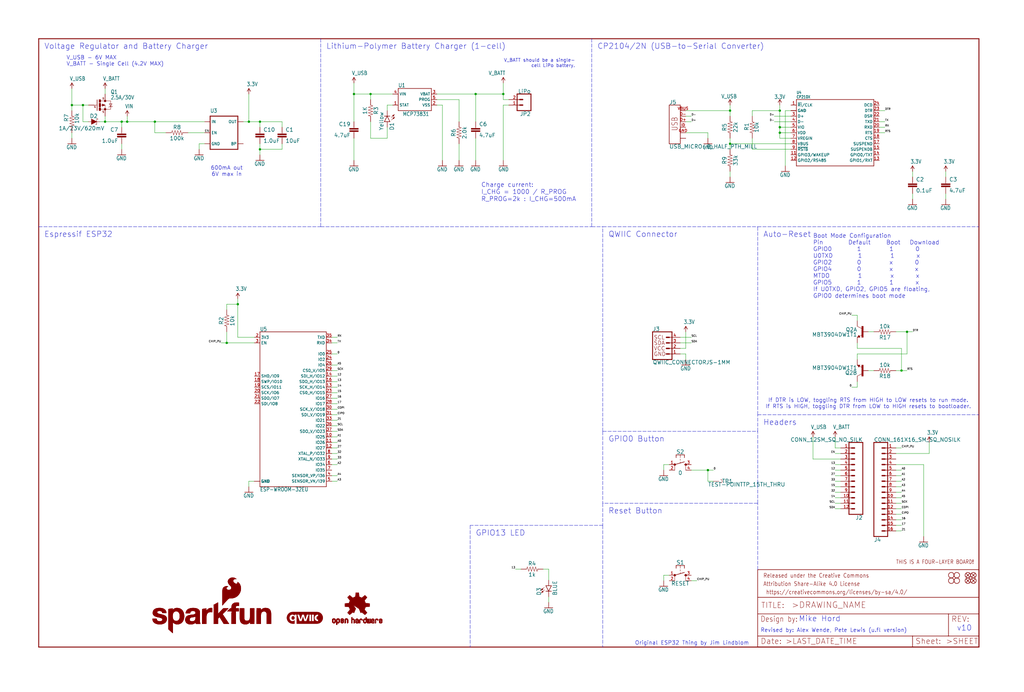
<source format=kicad_sch>
(kicad_sch (version 20211123) (generator eeschema)
  (paper "User" 470.306 317.906)
  (lib_symbols
    (symbol "eagleSchem-eagle-import:0.1UF-0402T-16V-10%"
      (property "Reference" "C" (at 1.524 2.921 0))
      (property "Value" "0.1UF-0402T-16V-10%" (at 1.524 -2.159 0))
      (symbol "0.1UF-0402T-16V-10%_1_0"
        (pin passive line (at 0 5.08 270) (length 2.54) (name "1") (number "1"))
        (pin passive line (at 0 -2.54 90) (length 2.54) (name "2") (number "2"))
      )
    )
    (symbol "eagleSchem-eagle-import:1.0UF-0402T-16V-10%"
      (property "Reference" "C" (at 1.524 2.921 0))
      (property "Value" "1.0UF-0402T-16V-10%" (at 1.524 -2.159 0))
      (symbol "1.0UF-0402T-16V-10%_1_0"
        (pin passive line (at 0 5.08 270) (length 2.54) (name "1") (number "1"))
        (pin passive line (at 0 -2.54 90) (length 2.54) (name "2") (number "2"))
      )
    )
    (symbol "eagleSchem-eagle-import:100KOHM-0402T-1{slash}16W-1%"
      (property "Reference" "R" (at 0 1.524 0))
      (property "Value" "100KOHM-0402T-1{slash}16W-1%" (at 0 -1.524 0))
      (symbol "100KOHM-0402T-1{slash}16W-1%_1_0"
        (pin passive line (at -5.08 0 0) (length 2.54) (name "1") (number "1"))
        (pin passive line (at 5.08 0 180) (length 2.54) (name "2") (number "2"))
      )
    )
    (symbol "eagleSchem-eagle-import:10KOHM-0603-1{slash}10W-1%"
      (property "Reference" "R" (at 0 1.524 0))
      (property "Value" "10KOHM-0603-1{slash}10W-1%" (at 0 -1.524 0))
      (symbol "10KOHM-0603-1{slash}10W-1%_1_0"
        (pin passive line (at -5.08 0 0) (length 2.54) (name "1") (number "1"))
        (pin passive line (at 5.08 0 180) (length 2.54) (name "2") (number "2"))
      )
    )
    (symbol "eagleSchem-eagle-import:10UF-0603-6.3V-20%"
      (property "Reference" "C" (at 1.524 2.921 0))
      (property "Value" "10UF-0603-6.3V-20%" (at 1.524 -2.159 0))
      (symbol "10UF-0603-6.3V-20%_1_0"
        (pin passive line (at 0 5.08 270) (length 2.54) (name "1") (number "1"))
        (pin passive line (at 0 -2.54 90) (length 2.54) (name "2") (number "2"))
      )
    )
    (symbol "eagleSchem-eagle-import:1KOHM-0603-1{slash}10W-1%"
      (property "Reference" "R" (at 0 1.524 0))
      (property "Value" "1KOHM-0603-1{slash}10W-1%" (at 0 -1.524 0))
      (symbol "1KOHM-0603-1{slash}10W-1%_1_0"
        (pin passive line (at -5.08 0 0) (length 2.54) (name "1") (number "1"))
        (pin passive line (at 5.08 0 180) (length 2.54) (name "2") (number "2"))
      )
    )
    (symbol "eagleSchem-eagle-import:1KOHM-1{slash}10W-1%(0603)"
      (property "Reference" "R" (at 0 1.524 0))
      (property "Value" "1KOHM-1{slash}10W-1%(0603)" (at 0 -1.524 0))
      (symbol "1KOHM-1{slash}10W-1%(0603)_1_0"
        (pin passive line (at -5.08 0 0) (length 2.54) (name "1") (number "1"))
        (pin passive line (at 5.08 0 180) (length 2.54) (name "2") (number "2"))
      )
    )
    (symbol "eagleSchem-eagle-import:2.0KOHM1{slash}10W5%(0603)"
      (property "Reference" "R" (at 0 1.524 0))
      (property "Value" "2.0KOHM1{slash}10W5%(0603)" (at 0 -1.524 0))
      (symbol "2.0KOHM1{slash}10W5%(0603)_1_0"
        (pin passive line (at -5.08 0 0) (length 2.54) (name "1") (number "1"))
        (pin passive line (at 5.08 0 180) (length 2.54) (name "2") (number "2"))
      )
    )
    (symbol "eagleSchem-eagle-import:22KOHM-0402_TIGHT-1{slash}10W-1%"
      (property "Reference" "R" (at 0 1.524 0))
      (property "Value" "22KOHM-0402_TIGHT-1{slash}10W-1%" (at 0 -1.524 0))
      (symbol "22KOHM-0402_TIGHT-1{slash}10W-1%_1_0"
        (pin passive line (at -5.08 0 0) (length 2.54) (name "1") (number "1"))
        (pin passive line (at 5.08 0 180) (length 2.54) (name "2") (number "2"))
      )
    )
    (symbol "eagleSchem-eagle-import:3.3V" (power)
      (property "Value" "3.3V" (at 0 2.794 0))
      (symbol "3.3V_1_0"
        (pin power_in line (at 0 0 90) (length 2.54) (name "3.3V") (number "1"))
      )
    )
    (symbol "eagleSchem-eagle-import:33KOHM-0402T-1{slash}16W-1%"
      (property "Reference" "R" (at 0 1.524 0))
      (property "Value" "33KOHM-0402T-1{slash}16W-1%" (at 0 -1.524 0))
      (symbol "33KOHM-0402T-1{slash}16W-1%_1_0"
        (pin passive line (at -5.08 0 0) (length 2.54) (name "1") (number "1"))
        (pin passive line (at 5.08 0 180) (length 2.54) (name "2") (number "2"))
      )
    )
    (symbol "eagleSchem-eagle-import:4.7UF-0402_TIGHT-6.3V-20%-X5R"
      (property "Reference" "C" (at 1.524 2.921 0))
      (property "Value" "4.7UF-0402_TIGHT-6.3V-20%-X5R" (at 1.524 -2.159 0))
      (symbol "4.7UF-0402_TIGHT-6.3V-20%-X5R_1_0"
        (pin passive line (at 0 5.08 270) (length 2.54) (name "1") (number "1"))
        (pin passive line (at 0 -2.54 90) (length 2.54) (name "2") (number "2"))
      )
    )
    (symbol "eagleSchem-eagle-import:CONN_02-JST-2MM-SMT"
      (property "Reference" "J" (at -2.54 5.588 0))
      (property "Value" "CONN_02-JST-2MM-SMT" (at -2.54 -4.826 0))
      (symbol "CONN_02-JST-2MM-SMT_1_0"
        (pin passive line (at 7.62 2.54 180) (length 5.08) (name "2") (number "1"))
        (pin passive line (at 7.62 0 180) (length 5.08) (name "1") (number "2"))
      )
    )
    (symbol "eagleSchem-eagle-import:CONN_12SM_SQ_NO_SILK"
      (property "Reference" "J" (at 0 15.748 0))
      (property "Value" "CONN_12SM_SQ_NO_SILK" (at 0 -20.066 0))
      (symbol "CONN_12SM_SQ_NO_SILK_1_0"
        (pin passive line (at 10.16 -15.24 180) (length 5.08) (name "1") (number "1"))
        (pin passive line (at 10.16 7.62 180) (length 5.08) (name "10") (number "10"))
        (pin passive line (at 10.16 10.16 180) (length 5.08) (name "11") (number "11"))
        (pin passive line (at 10.16 12.7 180) (length 5.08) (name "12") (number "12"))
        (pin passive line (at 10.16 -12.7 180) (length 5.08) (name "2") (number "2"))
        (pin passive line (at 10.16 -10.16 180) (length 5.08) (name "3") (number "3"))
        (pin passive line (at 10.16 -7.62 180) (length 5.08) (name "4") (number "4"))
        (pin passive line (at 10.16 -5.08 180) (length 5.08) (name "5") (number "5"))
        (pin passive line (at 10.16 -2.54 180) (length 5.08) (name "6") (number "6"))
        (pin passive line (at 10.16 0 180) (length 5.08) (name "7") (number "7"))
        (pin passive line (at 10.16 2.54 180) (length 5.08) (name "8") (number "8"))
        (pin passive line (at 10.16 5.08 180) (length 5.08) (name "9") (number "9"))
      )
    )
    (symbol "eagleSchem-eagle-import:CONN_161X16_SM_SQ_NOSILK"
      (property "Reference" "J" (at 0 20.828 0))
      (property "Value" "CONN_161X16_SM_SQ_NOSILK" (at 0 -25.146 0))
      (symbol "CONN_161X16_SM_SQ_NOSILK_1_0"
        (pin passive line (at 10.16 -20.32 180) (length 5.08) (name "1") (number "1"))
        (pin passive line (at 10.16 2.54 180) (length 5.08) (name "10") (number "10"))
        (pin passive line (at 10.16 5.08 180) (length 5.08) (name "11") (number "11"))
        (pin passive line (at 10.16 7.62 180) (length 5.08) (name "12") (number "12"))
        (pin passive line (at 10.16 10.16 180) (length 5.08) (name "13") (number "13"))
        (pin passive line (at 10.16 12.7 180) (length 5.08) (name "14") (number "14"))
        (pin passive line (at 10.16 15.24 180) (length 5.08) (name "15") (number "15"))
        (pin passive line (at 10.16 17.78 180) (length 5.08) (name "16") (number "16"))
        (pin passive line (at 10.16 -17.78 180) (length 5.08) (name "2") (number "2"))
        (pin passive line (at 10.16 -15.24 180) (length 5.08) (name "3") (number "3"))
        (pin passive line (at 10.16 -12.7 180) (length 5.08) (name "4") (number "4"))
        (pin passive line (at 10.16 -10.16 180) (length 5.08) (name "5") (number "5"))
        (pin passive line (at 10.16 -7.62 180) (length 5.08) (name "6") (number "6"))
        (pin passive line (at 10.16 -5.08 180) (length 5.08) (name "7") (number "7"))
        (pin passive line (at 10.16 -2.54 180) (length 5.08) (name "8") (number "8"))
        (pin passive line (at 10.16 0 180) (length 5.08) (name "9") (number "9"))
      )
    )
    (symbol "eagleSchem-eagle-import:CP2102N"
      (property "Reference" "U" (at -17.78 17.78 0))
      (property "Value" "CP2102N" (at -17.78 15.748 0))
      (symbol "CP2102N_1_0"
        (pin bidirectional line (at -20.32 12.7 0) (length 2.54) (name "~{RI}/CLK") (number "1"))
        (pin bidirectional line (at -20.32 -10.16 0) (length 2.54) (name "GPIO3/WAKEUP") (number "11"))
        (pin bidirectional line (at -20.32 -12.7 0) (length 2.54) (name "GPIO2/RS485") (number "12"))
        (pin bidirectional line (at 20.32 -12.7 180) (length 2.54) (name "GPIO1/RXT") (number "13"))
        (pin bidirectional line (at 20.32 -10.16 180) (length 2.54) (name "GPIO0/TXT") (number "14"))
        (pin bidirectional line (at 20.32 -7.62 180) (length 2.54) (name "SUSPENDB") (number "15"))
        (pin bidirectional line (at 20.32 -5.08 180) (length 2.54) (name "SUSPEND") (number "17"))
        (pin bidirectional line (at 20.32 -2.54 180) (length 2.54) (name "CTS") (number "18"))
        (pin bidirectional line (at 20.32 0 180) (length 2.54) (name "RTS") (number "19"))
        (pin bidirectional line (at -20.32 10.16 0) (length 2.54) (name "GND") (number "2"))
        (pin bidirectional line (at 20.32 2.54 180) (length 2.54) (name "RXD") (number "20"))
        (pin bidirectional line (at 20.32 5.08 180) (length 2.54) (name "TXD") (number "21"))
        (pin bidirectional line (at 20.32 7.62 180) (length 2.54) (name "DSR") (number "22"))
        (pin bidirectional line (at 20.32 10.16 180) (length 2.54) (name "DTR") (number "23"))
        (pin bidirectional line (at 20.32 12.7 180) (length 2.54) (name "DCD") (number "24"))
        (pin bidirectional line (at -20.32 7.62 0) (length 2.54) (name "D+") (number "3"))
        (pin bidirectional line (at -20.32 5.08 0) (length 2.54) (name "D-") (number "4"))
        (pin bidirectional line (at -20.32 2.54 0) (length 2.54) (name "VIO") (number "5"))
        (pin bidirectional line (at -20.32 0 0) (length 2.54) (name "VDD") (number "6"))
        (pin bidirectional line (at -20.32 -2.54 0) (length 2.54) (name "VREGIN") (number "7"))
        (pin bidirectional line (at -20.32 -5.08 0) (length 2.54) (name "VBUS") (number "8"))
        (pin bidirectional line (at -20.32 -7.62 0) (length 2.54) (name "~{RSTB}") (number "9"))
        (pin bidirectional line (at -20.32 10.16 0) (length 2.54) (name "GND") (number "PAD"))
      )
    )
    (symbol "eagleSchem-eagle-import:DIODE-SCHOTTKY-BAT20J"
      (property "Reference" "D" (at -2.54 2.032 0))
      (property "Value" "DIODE-SCHOTTKY-BAT20J" (at -2.54 -2.032 0))
      (symbol "DIODE-SCHOTTKY-BAT20J_1_0"
        (pin passive line (at -2.54 0 0) (length 0) (name "A") (number "A"))
        (pin passive line (at 2.54 0 180) (length 0) (name "C") (number "C"))
      )
    )
    (symbol "eagleSchem-eagle-import:ESP-WROOM-3232U-NARROW"
      (property "Reference" "U" (at -15.24 35.814 0))
      (property "Value" "ESP-WROOM-3232U-NARROW" (at -15.24 -35.814 0))
      (symbol "ESP-WROOM-3232U-NARROW_1_0"
        (pin bidirectional line (at -17.78 -33.02 0) (length 2.54) (name "GND") (number "1"))
        (pin bidirectional line (at 17.78 -12.7 180) (length 2.54) (name "IO25") (number "10"))
        (pin bidirectional line (at 17.78 -15.24 180) (length 2.54) (name "IO26") (number "11"))
        (pin bidirectional line (at 17.78 -17.78 180) (length 2.54) (name "IO27") (number "12"))
        (pin bidirectional line (at 17.78 10.16 180) (length 2.54) (name "SCK_H/IO14") (number "13"))
        (pin bidirectional line (at 17.78 15.24 180) (length 2.54) (name "SDI_H/IO12") (number "14"))
        (pin bidirectional line (at -17.78 -33.02 0) (length 2.54) (name "GND") (number "15"))
        (pin bidirectional line (at 17.78 12.7 180) (length 2.54) (name "SDO_H/IO13") (number "16"))
        (pin bidirectional line (at -17.78 15.24 0) (length 2.54) (name "SHD/IO9") (number "17"))
        (pin bidirectional line (at -17.78 12.7 0) (length 2.54) (name "SWP/IO10") (number "18"))
        (pin bidirectional line (at -17.78 10.16 0) (length 2.54) (name "SCS/IO11") (number "19"))
        (pin bidirectional line (at -17.78 33.02 0) (length 2.54) (name "3V3") (number "2"))
        (pin bidirectional line (at -17.78 7.62 0) (length 2.54) (name "SCK/IO6") (number "20"))
        (pin bidirectional line (at -17.78 5.08 0) (length 2.54) (name "SDO/IO7") (number "21"))
        (pin bidirectional line (at -17.78 2.54 0) (length 2.54) (name "SDI/IO8") (number "22"))
        (pin bidirectional line (at 17.78 7.62 180) (length 2.54) (name "CS0_H/IO15") (number "23"))
        (pin bidirectional line (at 17.78 22.86 180) (length 2.54) (name "IO2") (number "24"))
        (pin bidirectional line (at 17.78 25.4 180) (length 2.54) (name "IO0") (number "25"))
        (pin bidirectional line (at 17.78 20.32 180) (length 2.54) (name "IO4") (number "26"))
        (pin bidirectional line (at 17.78 5.08 180) (length 2.54) (name "IO16") (number "27"))
        (pin bidirectional line (at 17.78 2.54 180) (length 2.54) (name "IO17") (number "28"))
        (pin bidirectional line (at 17.78 17.78 180) (length 2.54) (name "CS0_V/IO5") (number "29"))
        (pin bidirectional line (at -17.78 30.48 0) (length 2.54) (name "EN") (number "3"))
        (pin bidirectional line (at 17.78 0 180) (length 2.54) (name "SCK_V/IO18") (number "30"))
        (pin bidirectional line (at 17.78 -2.54 180) (length 2.54) (name "SDI_V/IO19") (number "31"))
        (pin bidirectional line (at 17.78 -5.08 180) (length 2.54) (name "IO21") (number "33"))
        (pin bidirectional line (at 17.78 30.48 180) (length 2.54) (name "RXD") (number "34"))
        (pin bidirectional line (at 17.78 33.02 180) (length 2.54) (name "TXD") (number "35"))
        (pin bidirectional line (at 17.78 -7.62 180) (length 2.54) (name "IO22") (number "36"))
        (pin bidirectional line (at 17.78 -10.16 180) (length 2.54) (name "SDO_V/IO23") (number "37"))
        (pin bidirectional line (at -17.78 -33.02 0) (length 2.54) (name "GND") (number "38"))
        (pin bidirectional line (at 17.78 -30.48 180) (length 2.54) (name "SENSOR_VP/I36") (number "4"))
        (pin bidirectional line (at 17.78 -33.02 180) (length 2.54) (name "SENSOR_VN/I39") (number "5"))
        (pin bidirectional line (at 17.78 -25.4 180) (length 2.54) (name "IO34") (number "6"))
        (pin bidirectional line (at 17.78 -27.94 180) (length 2.54) (name "IO35") (number "7"))
        (pin bidirectional line (at 17.78 -20.32 180) (length 2.54) (name "XTAL_P/IO32") (number "8"))
        (pin bidirectional line (at 17.78 -22.86 180) (length 2.54) (name "XTAL_N/IO33") (number "9"))
        (pin bidirectional line (at -17.78 -33.02 0) (length 2.54) (name "GND") (number "GND"))
        (pin bidirectional line (at -17.78 -33.02 0) (length 2.54) (name "GND") (number "P$1"))
        (pin bidirectional line (at -17.78 -33.02 0) (length 2.54) (name "GND") (number "P$2"))
        (pin bidirectional line (at -17.78 -33.02 0) (length 2.54) (name "GND") (number "P$3"))
        (pin bidirectional line (at -17.78 -33.02 0) (length 2.54) (name "GND") (number "P$4"))
        (pin bidirectional line (at -17.78 -33.02 0) (length 2.54) (name "GND") (number "P$5"))
        (pin bidirectional line (at -17.78 -33.02 0) (length 2.54) (name "GND") (number "P$6"))
        (pin bidirectional line (at -17.78 -33.02 0) (length 2.54) (name "GND") (number "P$7"))
        (pin bidirectional line (at -17.78 -33.02 0) (length 2.54) (name "GND") (number "P$8"))
      )
    )
    (symbol "eagleSchem-eagle-import:FIDUCIALUFIDUCIAL")
    (symbol "eagleSchem-eagle-import:FOUR_LAYER_WARNING"
      (symbol "FOUR_LAYER_WARNING_1_0"
        (text "THIS IS A FOUR-LAYER BOARD!" (at 0 0 0) (effects (font (size 1.778 1.5113)) (justify left bottom)))
      )
    )
    (symbol "eagleSchem-eagle-import:FRAME-LEDGER"
      (symbol "FRAME-LEDGER_2_0"
        (text " https://creativecommons.org/licenses/by-sa/4.0/" (at 2.54 24.13 0) (effects (font (size 1.9304 1.6408)) (justify left bottom)))
        (text ">DRAWING_NAME" (at 15.494 17.78 0) (effects (font (size 2.7432 2.7432)) (justify left bottom)))
        (text ">LAST_DATE_TIME" (at 12.7 1.27 0) (effects (font (size 2.54 2.54)) (justify left bottom)))
        (text ">SHEET" (at 86.36 1.27 0) (effects (font (size 2.54 2.54)) (justify left bottom)))
        (text "Attribution Share-Alike 4.0 License" (at 2.54 27.94 0) (effects (font (size 1.9304 1.6408)) (justify left bottom)))
        (text "Date:" (at 1.27 1.27 0) (effects (font (size 2.54 2.54)) (justify left bottom)))
        (text "Design by:" (at 1.27 11.43 0) (effects (font (size 2.54 2.159)) (justify left bottom)))
        (text "Released under the Creative Commons" (at 2.54 31.75 0) (effects (font (size 1.9304 1.6408)) (justify left bottom)))
        (text "REV:" (at 88.9 11.43 0) (effects (font (size 2.54 2.54)) (justify left bottom)))
        (text "Sheet:" (at 72.39 1.27 0) (effects (font (size 2.54 2.54)) (justify left bottom)))
        (text "TITLE:" (at 1.524 17.78 0) (effects (font (size 2.54 2.54)) (justify left bottom)))
      )
    )
    (symbol "eagleSchem-eagle-import:GND" (power)
      (property "Value" "GND" (at 0 -0.254 0))
      (symbol "GND_1_0"
        (pin power_in line (at 0 2.54 270) (length 2.54) (name "GND") (number "1"))
      )
    )
    (symbol "eagleSchem-eagle-import:LED-BLUE0603"
      (property "Reference" "D" (at -3.429 -4.572 90))
      (property "Value" "LED-BLUE0603" (at 1.905 -4.572 90))
      (symbol "LED-BLUE0603_1_0"
        (pin passive line (at 0 2.54 270) (length 2.54) (name "A") (number "A"))
        (pin passive line (at 0 -5.08 90) (length 2.54) (name "C") (number "C"))
      )
    )
    (symbol "eagleSchem-eagle-import:LED-YELLOW0603"
      (property "Reference" "D" (at -3.429 -4.572 90))
      (property "Value" "LED-YELLOW0603" (at 1.905 -4.572 90))
      (symbol "LED-YELLOW0603_1_0"
        (pin passive line (at 0 2.54 270) (length 2.54) (name "A") (number "A"))
        (pin passive line (at 0 -5.08 90) (length 2.54) (name "C") (number "C"))
      )
    )
    (symbol "eagleSchem-eagle-import:MCP73831"
      (property "Reference" "U" (at -7.62 5.588 0))
      (property "Value" "MCP73831" (at -7.62 -7.62 0))
      (symbol "MCP73831_1_0"
        (pin output line (at -10.16 -2.54 0) (length 2.54) (name "STAT") (number "1"))
        (pin power_in line (at 10.16 -2.54 180) (length 2.54) (name "VSS") (number "2"))
        (pin power_in line (at 10.16 2.54 180) (length 2.54) (name "VBAT") (number "3"))
        (pin power_in line (at -10.16 2.54 0) (length 2.54) (name "VIN") (number "4"))
        (pin input line (at 10.16 0 180) (length 2.54) (name "PROG") (number "5"))
      )
    )
    (symbol "eagleSchem-eagle-import:MOMENTARY-SWITCH-SPST-2-SMD-4.6X2.8MM"
      (property "Reference" "S" (at 0 4.826 0))
      (property "Value" "MOMENTARY-SWITCH-SPST-2-SMD-4.6X2.8MM" (at 0 -2.794 0))
      (symbol "MOMENTARY-SWITCH-SPST-2-SMD-4.6X2.8MM_1_0"
        (pin passive line (at -5.08 0 0) (length 2.54) (name "1") (number "1"))
        (pin passive line (at -5.08 -2.54 0) (length 2.54) (name "2") (number "2"))
        (pin passive line (at 5.08 0 180) (length 2.54) (name "3") (number "3"))
        (pin passive line (at 5.08 -2.54 180) (length 2.54) (name "4") (number "4"))
      )
    )
    (symbol "eagleSchem-eagle-import:MOSFET-PCHANNELDMG2307L"
      (property "Reference" "Q" (at 5.08 2.54 0))
      (property "Value" "MOSFET-PCHANNELDMG2307L" (at 5.08 0 0))
      (symbol "MOSFET-PCHANNELDMG2307L_1_0"
        (text "D" (at -1.27 2.54 0) (effects (font (size 0.8128 0.6908)) (justify left bottom)))
        (text "G" (at -5.08 -1.27 0) (effects (font (size 0.8128 0.6908)) (justify left bottom)))
        (text "S" (at -1.27 -3.556 0) (effects (font (size 0.8128 0.6908)) (justify left bottom)))
        (pin passive line (at -7.62 0 0) (length 2.54) (name "G") (number "1"))
        (pin passive line (at 0 -5.08 90) (length 2.54) (name "S") (number "2"))
        (pin passive line (at 0 5.08 270) (length 2.54) (name "D") (number "3"))
      )
    )
    (symbol "eagleSchem-eagle-import:OSHW-LOGOMINI")
    (symbol "eagleSchem-eagle-import:QWIIC_CONNECTORJS-1MM"
      (property "Reference" "J" (at -5.08 7.874 0))
      (property "Value" "QWIIC_CONNECTORJS-1MM" (at -5.08 -5.334 0))
      (symbol "QWIIC_CONNECTORJS-1MM_1_0"
        (text "GND" (at -4.572 -2.54 0) (effects (font (size 1.778 1.778)) (justify left)))
        (text "SCL" (at -4.572 5.08 0) (effects (font (size 1.778 1.778)) (justify left)))
        (text "SDA" (at -4.572 2.54 0) (effects (font (size 1.778 1.778)) (justify left)))
        (text "VCC" (at -4.572 0 0) (effects (font (size 1.778 1.778)) (justify left)))
        (pin power_in line (at 7.62 -2.54 180) (length 5.08) (name "1") (number "1"))
        (pin power_in line (at 7.62 0 180) (length 5.08) (name "2") (number "2"))
        (pin passive line (at 7.62 2.54 180) (length 5.08) (name "3") (number "3"))
        (pin passive line (at 7.62 5.08 180) (length 5.08) (name "4") (number "4"))
      )
    )
    (symbol "eagleSchem-eagle-import:QWIIC_LOGO_5MM")
    (symbol "eagleSchem-eagle-import:SFE_LOGO_NAME_FLAME.1_INCH")
    (symbol "eagleSchem-eagle-import:STAND-OFFTIGHT")
    (symbol "eagleSchem-eagle-import:TEST-POINTTP_15TH_THRU"
      (property "Reference" "TP" (at -2.54 2.54 0))
      (property "Value" "TEST-POINTTP_15TH_THRU" (at -2.54 -2.54 0))
      (symbol "TEST-POINTTP_15TH_THRU_1_0"
        (pin bidirectional line (at 0 0 180) (length 0) (name "1") (number "P$1"))
      )
    )
    (symbol "eagleSchem-eagle-import:TRANS_NPN_DUAL-MBT3904DW1T1"
      (property "Reference" "Q" (at 2.54 0 0))
      (property "Value" "TRANS_NPN_DUAL-MBT3904DW1T1" (at 2.54 -2.286 0))
      (symbol "TRANS_NPN_DUAL-MBT3904DW1T1_1_0"
        (pin passive line (at 2.54 5.08 270) (length 2.54) (name "C") (number "3"))
        (pin passive line (at 2.54 -5.08 90) (length 2.54) (name "E") (number "4"))
        (pin passive line (at -2.54 0 0) (length 2.54) (name "B") (number "5"))
      )
      (symbol "TRANS_NPN_DUAL-MBT3904DW1T1_2_0"
        (pin passive line (at 2.54 -5.08 90) (length 2.54) (name "E") (number "1"))
        (pin passive line (at -2.54 0 0) (length 2.54) (name "B") (number "2"))
        (pin passive line (at 2.54 5.08 270) (length 2.54) (name "C") (number "6"))
      )
    )
    (symbol "eagleSchem-eagle-import:USB_MICRO-B_HALF_PTH_MILL"
      (property "Reference" "J" (at -2.54 10.414 0))
      (property "Value" "USB_MICRO-B_HALF_PTH_MILL" (at -2.54 -9.906 0))
      (symbol "USB_MICRO-B_HALF_PTH_MILL_1_0"
        (text "USB" (at 0 1.524 900) (effects (font (size 2.54 2.159))))
        (pin bidirectional line (at 5.08 2.54 180) (length 2.54) (name "D+") (number "D+"))
        (pin bidirectional line (at 5.08 5.08 180) (length 2.54) (name "D-") (number "D-"))
        (pin power_in line (at 5.08 -2.54 180) (length 2.54) (name "GND") (number "GND"))
        (pin bidirectional line (at 5.08 0 180) (length 2.54) (name "ID") (number "ID"))
        (pin bidirectional line (at 5.08 -5.08 180) (length 2.54) (name "SHIELD") (number "SHIELD"))
        (pin bidirectional line (at 5.08 -5.08 180) (length 2.54) (name "SHIELD") (number "SHIELD10"))
        (pin bidirectional line (at 5.08 -5.08 180) (length 2.54) (name "SHIELD") (number "SHIELD2"))
        (pin bidirectional line (at 5.08 -5.08 180) (length 2.54) (name "SHIELD") (number "SHIELD3"))
        (pin bidirectional line (at 5.08 -5.08 180) (length 2.54) (name "SHIELD") (number "SHIELD4"))
        (pin bidirectional line (at 5.08 -5.08 180) (length 2.54) (name "SHIELD") (number "SHIELD5"))
        (pin bidirectional line (at 5.08 -5.08 180) (length 2.54) (name "SHIELD") (number "SHIELD6"))
        (pin bidirectional line (at 5.08 -5.08 180) (length 2.54) (name "SHIELD") (number "SHIELD7"))
        (pin bidirectional line (at 5.08 -5.08 180) (length 2.54) (name "SHIELD") (number "SHIELD8"))
        (pin bidirectional line (at 5.08 -5.08 180) (length 2.54) (name "SHIELD") (number "SHIELD9"))
        (pin power_in line (at 5.08 7.62 180) (length 2.54) (name "VBUS") (number "VBUS"))
      )
    )
    (symbol "eagleSchem-eagle-import:VIN" (power)
      (property "Value" "VIN" (at -1.016 3.556 0))
      (symbol "VIN_1_0"
        (pin power_in line (at 0 0 90) (length 2.54) (name "VIN") (number "1"))
      )
    )
    (symbol "eagleSchem-eagle-import:V_BATT" (power)
      (property "Value" "V_BATT" (at -1.016 3.556 0))
      (symbol "V_BATT_1_0"
        (pin power_in line (at 0 0 90) (length 2.54) (name "V_BATT") (number "1"))
      )
    )
    (symbol "eagleSchem-eagle-import:V_REG_LDOSMD"
      (property "Reference" "U" (at -7.62 9.144 0))
      (property "Value" "V_REG_LDOSMD" (at -7.62 -11.43 0))
      (symbol "V_REG_LDOSMD_1_0"
        (pin input line (at -10.16 5.08 0) (length 2.54) (name "IN") (number "1"))
        (pin input line (at -10.16 -5.08 0) (length 2.54) (name "GND") (number "2"))
        (pin input line (at -10.16 0 0) (length 2.54) (name "EN") (number "3"))
        (pin input line (at 7.62 -5.08 180) (length 2.54) (name "BP") (number "4"))
        (pin passive line (at 7.62 5.08 180) (length 2.54) (name "OUT") (number "5"))
      )
    )
    (symbol "eagleSchem-eagle-import:V_USB" (power)
      (property "Value" "V_USB" (at -1.016 3.556 0))
      (symbol "V_USB_1_0"
        (pin power_in line (at 0 0 90) (length 2.54) (name "V_USB") (number "1"))
      )
    )
  )
  (junction (at 104.14 157.48))
  (junction (at 58.42 55.88))
  (junction (at 119.38 55.88))
  (junction (at 358.14 50.8))
  (junction (at 325.12 215.9))
  (junction (at 218.44 43.18))
  (junction (at 414.02 170.18))
  (junction (at 335.28 66.04))
  (junction (at 231.14 43.18))
  (junction (at 119.38 68.58))
  (junction (at 48.26 55.88))
  (junction (at 162.56 43.18))
  (junction (at 71.12 55.88))
  (junction (at 114.3 55.88))
  (junction (at 416.56 152.4))
  (junction (at 358.14 60.96))
  (junction (at 55.88 55.88))
  (junction (at 170.18 43.18))
  (junction (at 358.14 58.42))
  (junction (at 33.02 48.26))
  (junction (at 109.22 139.7))
  (junction (at 335.28 50.8))
  (junction (at 38.1 48.26))
  (wire (pts (xy 129.54 68.58) (xy 129.54 66.04)))
  (wire (pts (xy 152.4 167.64) (xy 154.94 167.64)))
  (wire (pts (xy 114.3 55.88) (xy 119.38 55.88)))
  (wire (pts (xy 411.48 220.98) (xy 414.02 220.98)))
  (wire (pts (xy 373.38 210.82) (xy 373.38 200.66)))
  (wire (pts (xy 170.18 63.5) (xy 170.18 55.88)))
  (wire (pts (xy 48.26 40.64) (xy 48.26 43.18)))
  (wire (pts (xy 358.14 48.26) (xy 358.14 50.8)))
  (wire (pts (xy 152.4 218.44) (xy 154.94 218.44)))
  (wire (pts (xy 355.6 53.34) (xy 363.22 53.34)))
  (wire (pts (xy 414.02 170.18) (xy 416.56 170.18)))
  (wire (pts (xy 152.4 154.94) (xy 154.94 154.94)))
  (wire (pts (xy 335.28 66.04) (xy 335.28 63.5)))
  (polyline (pts (xy 147.32 104.14) (xy 271.78 104.14)))
  (wire (pts (xy 45.72 55.88) (xy 48.26 55.88)))
  (wire (pts (xy 363.22 63.5) (xy 358.14 63.5)))
  (wire (pts (xy 393.7 147.32) (xy 393.7 144.78)))
  (wire (pts (xy 152.4 205.74) (xy 154.94 205.74)))
  (wire (pts (xy 48.26 53.34) (xy 48.26 55.88)))
  (wire (pts (xy 111.76 55.88) (xy 114.3 55.88)))
  (polyline (pts (xy 347.98 104.14) (xy 449.58 104.14)))
  (wire (pts (xy 152.4 203.2) (xy 154.94 203.2)))
  (wire (pts (xy 317.5 215.9) (xy 325.12 215.9)))
  (wire (pts (xy 411.48 233.68) (xy 414.02 233.68)))
  (wire (pts (xy 239.268 261.366) (xy 236.728 261.366)))
  (wire (pts (xy 393.7 177.8) (xy 393.7 175.26)))
  (wire (pts (xy 119.38 55.88) (xy 119.38 58.42)))
  (wire (pts (xy 335.28 68.58) (xy 335.28 66.04)))
  (wire (pts (xy 411.48 215.9) (xy 414.02 215.9)))
  (polyline (pts (xy 276.86 198.12) (xy 276.86 104.14)))
  (wire (pts (xy 363.22 66.04) (xy 335.28 66.04)))
  (wire (pts (xy 386.08 220.98) (xy 383.54 220.98)))
  (wire (pts (xy 177.8 48.26) (xy 177.8 50.8)))
  (wire (pts (xy 251.968 266.446) (xy 251.968 261.366)))
  (wire (pts (xy 411.48 218.44) (xy 414.02 218.44)))
  (wire (pts (xy 152.4 177.8) (xy 154.94 177.8)))
  (wire (pts (xy 317.5 266.7) (xy 320.04 266.7)))
  (wire (pts (xy 119.38 55.88) (xy 129.54 55.88)))
  (polyline (pts (xy 276.86 104.14) (xy 347.98 104.14)))
  (wire (pts (xy 104.14 157.48) (xy 101.6 157.48)))
  (wire (pts (xy 93.98 55.88) (xy 71.12 55.88)))
  (wire (pts (xy 393.7 165.1) (xy 393.7 162.56)))
  (wire (pts (xy 335.28 78.74) (xy 335.28 81.28)))
  (wire (pts (xy 129.54 55.88) (xy 129.54 58.42)))
  (wire (pts (xy 114.3 220.98) (xy 114.3 223.52)))
  (wire (pts (xy 33.02 50.8) (xy 33.02 48.26)))
  (wire (pts (xy 152.4 198.12) (xy 154.94 198.12)))
  (wire (pts (xy 411.48 226.06) (xy 414.02 226.06)))
  (wire (pts (xy 170.18 43.18) (xy 162.56 43.18)))
  (wire (pts (xy 312.42 162.56) (xy 314.96 162.56)))
  (wire (pts (xy 152.4 172.72) (xy 154.94 172.72)))
  (wire (pts (xy 386.08 208.28) (xy 383.54 208.28)))
  (wire (pts (xy 411.48 231.14) (xy 414.02 231.14)))
  (wire (pts (xy 358.14 50.8) (xy 358.14 58.42)))
  (wire (pts (xy 386.08 210.82) (xy 373.38 210.82)))
  (wire (pts (xy 152.4 187.96) (xy 154.94 187.96)))
  (wire (pts (xy 325.12 60.96) (xy 325.12 63.5)))
  (wire (pts (xy 403.86 58.42) (xy 406.4 58.42)))
  (wire (pts (xy 218.44 43.18) (xy 200.66 43.18)))
  (wire (pts (xy 335.28 50.8) (xy 335.28 48.26)))
  (wire (pts (xy 231.14 48.26) (xy 233.68 48.26)))
  (wire (pts (xy 386.08 218.44) (xy 383.54 218.44)))
  (wire (pts (xy 231.14 48.26) (xy 231.14 73.66)))
  (polyline (pts (xy 276.86 231.14) (xy 276.86 241.3)))
  (polyline (pts (xy 271.78 104.14) (xy 276.86 104.14)))
  (wire (pts (xy 152.4 213.36) (xy 154.94 213.36)))
  (wire (pts (xy 325.12 215.9) (xy 327.66 215.9)))
  (wire (pts (xy 386.08 228.6) (xy 383.54 228.6)))
  (wire (pts (xy 76.2 60.96) (xy 71.12 60.96)))
  (wire (pts (xy 116.84 220.98) (xy 114.3 220.98)))
  (wire (pts (xy 86.36 60.96) (xy 93.98 60.96)))
  (polyline (pts (xy 147.32 17.78) (xy 147.32 104.14)))
  (wire (pts (xy 152.4 190.5) (xy 154.94 190.5)))
  (wire (pts (xy 152.4 210.82) (xy 154.94 210.82)))
  (polyline (pts (xy 347.98 198.12) (xy 347.98 190.5)))
  (polyline (pts (xy 271.78 17.78) (xy 271.78 104.14)))
  (wire (pts (xy 325.12 60.96) (xy 314.96 60.96)))
  (wire (pts (xy 152.4 193.04) (xy 154.94 193.04)))
  (polyline (pts (xy 215.9 241.3) (xy 215.9 297.18)))
  (wire (pts (xy 152.4 157.48) (xy 154.94 157.48)))
  (wire (pts (xy 162.56 43.18) (xy 162.56 38.1)))
  (wire (pts (xy 152.4 220.98) (xy 154.94 220.98)))
  (wire (pts (xy 335.28 50.8) (xy 314.96 50.8)))
  (wire (pts (xy 312.42 157.48) (xy 317.5 157.48)))
  (wire (pts (xy 325.12 220.98) (xy 327.66 220.98)))
  (wire (pts (xy 386.08 205.74) (xy 383.54 205.74)))
  (wire (pts (xy 307.34 264.16) (xy 304.8 264.16)))
  (wire (pts (xy 386.08 226.06) (xy 383.54 226.06)))
  (wire (pts (xy 109.22 139.7) (xy 104.14 139.7)))
  (wire (pts (xy 231.14 45.72) (xy 233.68 45.72)))
  (wire (pts (xy 152.4 182.88) (xy 154.94 182.88)))
  (wire (pts (xy 304.8 213.36) (xy 304.8 215.9)))
  (wire (pts (xy 231.14 45.72) (xy 231.14 43.18)))
  (wire (pts (xy 312.42 154.94) (xy 317.5 154.94)))
  (wire (pts (xy 152.4 175.26) (xy 154.94 175.26)))
  (wire (pts (xy 71.12 60.96) (xy 71.12 55.88)))
  (wire (pts (xy 360.68 76.2) (xy 360.68 50.8)))
  (wire (pts (xy 383.54 205.74) (xy 383.54 200.66)))
  (wire (pts (xy 38.1 48.26) (xy 38.1 55.88)))
  (wire (pts (xy 411.48 208.28) (xy 426.72 208.28)))
  (wire (pts (xy 55.88 66.04) (xy 55.88 68.58)))
  (wire (pts (xy 358.14 60.96) (xy 358.14 58.42)))
  (wire (pts (xy 114.3 55.88) (xy 114.3 43.18)))
  (polyline (pts (xy 276.86 241.3) (xy 276.86 297.18)))
  (wire (pts (xy 434.34 88.9) (xy 434.34 91.44)))
  (wire (pts (xy 411.48 170.18) (xy 414.02 170.18)))
  (wire (pts (xy 411.48 152.4) (xy 416.56 152.4)))
  (wire (pts (xy 411.48 241.3) (xy 414.02 241.3)))
  (wire (pts (xy 210.82 66.04) (xy 210.82 73.66)))
  (wire (pts (xy 200.66 48.26) (xy 203.2 48.26)))
  (wire (pts (xy 170.18 45.72) (xy 170.18 43.18)))
  (wire (pts (xy 386.08 231.14) (xy 383.54 231.14)))
  (wire (pts (xy 386.08 233.68) (xy 383.54 233.68)))
  (wire (pts (xy 251.968 261.366) (xy 249.428 261.366)))
  (wire (pts (xy 393.7 144.78) (xy 391.16 144.78)))
  (wire (pts (xy 152.4 180.34) (xy 154.94 180.34)))
  (wire (pts (xy 312.42 160.02) (xy 314.96 160.02)))
  (polyline (pts (xy 276.86 198.12) (xy 347.98 198.12)))
  (wire (pts (xy 55.88 58.42) (xy 55.88 55.88)))
  (wire (pts (xy 104.14 139.7) (xy 104.14 142.24)))
  (wire (pts (xy 393.7 177.8) (xy 391.16 177.8)))
  (wire (pts (xy 419.1 81.28) (xy 419.1 78.74)))
  (wire (pts (xy 119.38 68.58) (xy 129.54 68.58)))
  (wire (pts (xy 414.02 160.02) (xy 393.7 160.02)))
  (wire (pts (xy 403.86 60.96) (xy 406.4 60.96)))
  (wire (pts (xy 152.4 195.58) (xy 154.94 195.58)))
  (polyline (pts (xy 347.98 261.62) (xy 347.98 231.14)))
  (wire (pts (xy 152.4 170.18) (xy 154.94 170.18)))
  (wire (pts (xy 33.02 40.64) (xy 33.02 48.26)))
  (wire (pts (xy 200.66 45.72) (xy 210.82 45.72)))
  (wire (pts (xy 411.48 223.52) (xy 414.02 223.52)))
  (wire (pts (xy 419.1 88.9) (xy 419.1 91.44)))
  (wire (pts (xy 109.22 137.16) (xy 109.22 139.7)))
  (polyline (pts (xy 347.98 190.5) (xy 449.58 190.5)))
  (wire (pts (xy 411.48 238.76) (xy 414.02 238.76)))
  (wire (pts (xy 363.22 68.58) (xy 345.44 68.58)))
  (wire (pts (xy 314.96 160.02) (xy 314.96 152.4)))
  (wire (pts (xy 210.82 45.72) (xy 210.82 55.88)))
  (polyline (pts (xy 276.86 198.12) (xy 276.86 231.14)))
  (wire (pts (xy 345.44 50.8) (xy 358.14 50.8)))
  (wire (pts (xy 116.84 157.48) (xy 104.14 157.48)))
  (wire (pts (xy 363.22 60.96) (xy 358.14 60.96)))
  (wire (pts (xy 231.14 43.18) (xy 231.14 38.1)))
  (wire (pts (xy 177.8 58.42) (xy 177.8 63.5)))
  (wire (pts (xy 424.18 213.36) (xy 424.18 246.38)))
  (polyline (pts (xy 347.98 231.14) (xy 347.98 198.12)))
  (wire (pts (xy 162.56 43.18) (xy 162.56 55.88)))
  (wire (pts (xy 109.22 154.94) (xy 116.84 154.94)))
  (polyline (pts (xy 17.78 104.14) (xy 147.32 104.14)))
  (wire (pts (xy 33.02 63.5) (xy 33.02 60.96)))
  (wire (pts (xy 218.44 73.66) (xy 218.44 63.5)))
  (wire (pts (xy 55.88 55.88) (xy 58.42 55.88)))
  (wire (pts (xy 411.48 243.84) (xy 414.02 243.84)))
  (wire (pts (xy 218.44 55.88) (xy 218.44 43.18)))
  (wire (pts (xy 426.72 208.28) (xy 426.72 203.2)))
  (wire (pts (xy 304.8 264.16) (xy 304.8 266.7)))
  (wire (pts (xy 119.38 71.12) (xy 119.38 68.58)))
  (wire (pts (xy 416.56 162.56) (xy 416.56 152.4)))
  (wire (pts (xy 152.4 200.66) (xy 154.94 200.66)))
  (wire (pts (xy 317.5 55.88) (xy 314.96 55.88)))
  (wire (pts (xy 335.28 53.34) (xy 335.28 50.8)))
  (wire (pts (xy 307.34 213.36) (xy 304.8 213.36)))
  (wire (pts (xy 317.5 53.34) (xy 314.96 53.34)))
  (wire (pts (xy 345.44 68.58) (xy 345.44 63.5)))
  (wire (pts (xy 403.86 50.8) (xy 406.4 50.8)))
  (wire (pts (xy 38.1 55.88) (xy 40.64 55.88)))
  (wire (pts (xy 203.2 48.26) (xy 203.2 73.66)))
  (wire (pts (xy 401.32 170.18) (xy 398.78 170.18)))
  (wire (pts (xy 40.64 48.26) (xy 38.1 48.26)))
  (polyline (pts (xy 276.86 241.3) (xy 215.9 241.3)))
  (wire (pts (xy 91.44 66.04) (xy 91.44 68.58)))
  (wire (pts (xy 58.42 55.88) (xy 58.42 53.34)))
  (wire (pts (xy 345.44 53.34) (xy 345.44 50.8)))
  (wire (pts (xy 401.32 152.4) (xy 398.78 152.4)))
  (wire (pts (xy 231.14 43.18) (xy 218.44 43.18)))
  (polyline (pts (xy 347.98 190.5) (xy 347.98 104.14)))
  (wire (pts (xy 177.8 48.26) (xy 180.34 48.26)))
  (wire (pts (xy 355.6 55.88) (xy 363.22 55.88)))
  (wire (pts (xy 411.48 213.36) (xy 424.18 213.36)))
  (wire (pts (xy 393.7 162.56) (xy 416.56 162.56)))
  (wire (pts (xy 180.34 43.18) (xy 170.18 43.18)))
  (wire (pts (xy 358.14 63.5) (xy 358.14 60.96)))
  (wire (pts (xy 162.56 73.66) (xy 162.56 63.5)))
  (wire (pts (xy 251.968 276.606) (xy 251.968 274.066)))
  (wire (pts (xy 177.8 63.5) (xy 170.18 63.5)))
  (wire (pts (xy 93.98 66.04) (xy 91.44 66.04)))
  (wire (pts (xy 386.08 223.52) (xy 383.54 223.52)))
  (wire (pts (xy 411.48 236.22) (xy 414.02 236.22)))
  (wire (pts (xy 411.48 228.6) (xy 414.02 228.6)))
  (wire (pts (xy 152.4 185.42) (xy 154.94 185.42)))
  (wire (pts (xy 104.14 157.48) (xy 104.14 152.4)))
  (wire (pts (xy 434.34 81.28) (xy 434.34 78.74)))
  (wire (pts (xy 152.4 162.56) (xy 154.94 162.56)))
  (wire (pts (xy 416.56 152.4) (xy 419.1 152.4)))
  (wire (pts (xy 38.1 48.26) (xy 33.02 48.26)))
  (wire (pts (xy 109.22 139.7) (xy 109.22 154.94)))
  (wire (pts (xy 71.12 55.88) (xy 58.42 55.88)))
  (wire (pts (xy 48.26 55.88) (xy 55.88 55.88)))
  (wire (pts (xy 358.14 58.42) (xy 363.22 58.42)))
  (wire (pts (xy 325.12 215.9) (xy 325.12 220.98)))
  (wire (pts (xy 119.38 68.58) (xy 119.38 66.04)))
  (wire (pts (xy 393.7 160.02) (xy 393.7 157.48)))
  (wire (pts (xy 152.4 208.28) (xy 154.94 208.28)))
  (wire (pts (xy 411.48 205.74) (xy 414.02 205.74)))
  (wire (pts (xy 386.08 215.9) (xy 383.54 215.9)))
  (wire (pts (xy 314.96 162.56) (xy 314.96 165.1)))
  (wire (pts (xy 403.86 55.88) (xy 406.4 55.88)))
  (polyline (pts (xy 347.98 231.14) (xy 276.86 231.14)))
  (wire (pts (xy 360.68 50.8) (xy 363.22 50.8)))
  (wire (pts (xy 414.02 170.18) (xy 414.02 160.02)))
  (wire (pts (xy 386.08 213.36) (xy 383.54 213.36)))
  (text "Mike Hord" (at 366.776 285.75 180) (effects (font (size 2.54 2.54)) (justify left bottom)))
  (text "Lithium-Polymer Battery Charger (1-cell)" (at 149.86 22.86 180) (effects (font (size 2.54 2.54)) (justify left bottom)))
  (text "Revised by: Alex Wende, Pete Lewis (u.fl version)" (at 349.25 290.576 180) (effects (font (size 1.778 1.778)) (justify left bottom)))
  (text "Reset Button" (at 279.4 236.22 180) (effects (font (size 2.54 2.54)) (justify left bottom)))
  (text "Voltage Regulator and Battery Charger" (at 20.32 22.86 180) (effects (font (size 2.54 2.54)) (justify left bottom)))
  (text "GPIO0 Button" (at 279.4 203.2 180) (effects (font (size 2.54 2.54)) (justify left bottom)))
  (text "If DTR is LOW, toggling RTS from HIGH to LOW resets to run mode.\nIf RTS is HIGH, toggling DTR from LOW to HIGH resets to bootloader." (at 398.78 182.88 0) (effects (font (size 1.778 1.778)) (justify top)))
  (text "QWIIC Connector" (at 279.4 109.22 180) (effects (font (size 2.54 2.54)) (justify left bottom)))
  (text "GPIO13 LED" (at 218.44 246.38 180) (effects (font (size 2.54 2.54)) (justify left bottom)))
  (text "v10" (at 439.42 287.02 180) (effects (font (size 2.54 2.54)) (justify left top)))
  (text "Boot Mode Configuration\nPin        Default     Boot   Download\nGPIO0        1         1       0\nU0TXD        1         1       x\nGPIO2        0         x       0\nGPIO4        0         x       x\nMTDO         1         x       x\nGPIO5        1         1       x\nIf U0TXD, GPIO2, GPIO5 are floating,\nGPIO0 determines boot mode" (at 373.38 137.16 0) (effects (font (size 1.905 1.905)) (justify left bottom)))
  (text "Headers" (at 350.52 195.58 180) (effects (font (size 2.54 2.54)) (justify left bottom)))
  (text "CP2104/2N (USB-to-Serial Converter)" (at 274.32 22.86 180) (effects (font (size 2.54 2.54)) (justify left bottom)))
  (text "V_BATT should be a single-\ncell LiPo battery." (at 264.16 26.924 180) (effects (font (size 1.524 1.524)) (justify right top)))
  (text "Auto-Reset" (at 350.52 109.22 180) (effects (font (size 2.54 2.54)) (justify left bottom)))
  (text "V_USB - 6V MAX\nV_BATT - Single Cell (4.2V MAX)" (at 30.48 30.48 180) (effects (font (size 1.778 1.778)) (justify left bottom)))
  (text "600mA out\n6V max in" (at 104.14 76.2 180) (effects (font (size 1.778 1.778)) (justify top)))
  (text "Original ESP32 Thing by Jim Lindblom" (at 291.592 296.418 180) (effects (font (size 1.778 1.778)) (justify left bottom)))
  (text "Espressif ESP32" (at 20.32 109.22 180) (effects (font (size 2.54 2.54)) (justify left bottom)))
  (text "Charge current:\nI_CHG = 1000 / R_PROG\nR_PROG=2k : I_CHG=500mA" (at 220.98 83.82 0) (effects (font (size 2.032 2.032)) (justify left top)))
  (label "A2" (at 414.02 220.98 0) (effects (font (size 0.889 0.889))))
  (label "SCL" (at 154.94 195.58 0) (effects (font (size 0.889 0.889))))
  (label "CHIP_PU" (at 320.04 266.7 0) (effects (font (size 0.889 0.889))))
  (label "D+" (at 355.6 53.34 180) (effects (font (size 0.889 0.889))))
  (label "D+" (at 317.5 55.88 0) (effects (font (size 0.889 0.889))))
  (label "RTS" (at 406.4 60.96 0) (effects (font (size 0.889 0.889))))
  (label "CIPO" (at 414.02 236.22 0) (effects (font (size 0.889 0.889))))
  (label "13" (at 154.94 175.26 0) (effects (font (size 0.889 0.889))))
  (label "13" (at 236.728 261.366 180) (effects (font (size 0.889 0.889))))
  (label "0" (at 154.94 162.56 0) (effects (font (size 0.889 0.889))))
  (label "27" (at 383.54 218.44 180) (effects (font (size 0.889 0.889))))
  (label "COPI" (at 154.94 187.96 0) (effects (font (size 0.889 0.889))))
  (label "21" (at 414.02 243.84 0) (effects (font (size 0.889 0.889))))
  (label "A1" (at 414.02 218.44 0) (effects (font (size 0.889 0.889))))
  (label "DTR" (at 406.4 50.8 0) (effects (font (size 0.889 0.889))))
  (label "0" (at 327.66 215.9 0) (effects (font (size 0.889 0.889))))
  (label "14" (at 154.94 177.8 0) (effects (font (size 0.889 0.889))))
  (label "SDA" (at 317.5 157.48 0) (effects (font (size 0.889 0.889))))
  (label "33" (at 154.94 210.82 0) (effects (font (size 0.889 0.889))))
  (label "17" (at 154.94 185.42 0) (effects (font (size 0.889 0.889))))
  (label "RTS" (at 416.56 170.18 0) (effects (font (size 0.889 0.889))))
  (label "CIPO" (at 154.94 190.5 0) (effects (font (size 0.889 0.889))))
  (label "16" (at 414.02 238.76 0) (effects (font (size 0.889 0.889))))
  (label "SDA" (at 383.54 233.68 180) (effects (font (size 0.889 0.889))))
  (label "COPI" (at 414.02 233.68 0) (effects (font (size 0.889 0.889))))
  (label "27" (at 154.94 205.74 0) (effects (font (size 0.889 0.889))))
  (label "RX" (at 154.94 154.94 0) (effects (font (size 0.889 0.889))))
  (label "33" (at 383.54 220.98 180) (effects (font (size 0.889 0.889))))
  (label "A3" (at 154.94 220.98 0) (effects (font (size 0.889 0.889))))
  (label "14" (at 383.54 228.6 180) (effects (font (size 0.889 0.889))))
  (label "DTR" (at 419.1 152.4 0) (effects (font (size 0.889 0.889))))
  (label "A0" (at 414.02 215.9 0) (effects (font (size 0.889 0.889))))
  (label "CHIP_PU" (at 414.02 205.74 0) (effects (font (size 0.889 0.889))))
  (label "CHIP_PU" (at 101.6 157.48 180) (effects (font (size 0.889 0.889))))
  (label "32" (at 154.94 208.28 0) (effects (font (size 0.889 0.889))))
  (label "D-" (at 317.5 53.34 0) (effects (font (size 0.889 0.889))))
  (label "15" (at 154.94 180.34 0) (effects (font (size 0.889 0.889))))
  (label "RX" (at 406.4 58.42 0) (effects (font (size 0.889 0.889))))
  (label "A2" (at 154.94 213.36 0) (effects (font (size 0.889 0.889))))
  (label "12" (at 383.54 215.9 180) (effects (font (size 0.889 0.889))))
  (label "EN" (at 93.98 60.96 0) (effects (font (size 1.016 1.016))))
  (label "21" (at 154.94 193.04 0) (effects (font (size 0.889 0.889))))
  (label "12" (at 154.94 172.72 0) (effects (font (size 0.889 0.889))))
  (label "17" (at 414.02 241.3 0) (effects (font (size 0.889 0.889))))
  (label "SCK" (at 154.94 170.18 0) (effects (font (size 0.889 0.889))))
  (label "A5" (at 154.94 167.64 0) (effects (font (size 0.889 0.889))))
  (label "TX" (at 154.94 157.48 0) (effects (font (size 0.889 0.889))))
  (label "CHIP_PU" (at 391.16 144.78 180) (effects (font (size 0.889 0.889))))
  (label "EN" (at 383.54 208.28 180) (effects (font (size 0.889 0.889))))
  (label "D-" (at 355.6 55.88 180) (effects (font (size 0.889 0.889))))
  (label "A4" (at 154.94 218.44 0) (effects (font (size 0.889 0.889))))
  (label "13" (at 383.54 213.36 180) (effects (font (size 0.889 0.889))))
  (label "A3" (at 414.02 223.52 0) (effects (font (size 0.889 0.889))))
  (label "15" (at 383.54 223.52 180) (effects (font (size 0.889 0.889))))
  (label "TX" (at 406.4 55.88 0) (effects (font (size 0.889 0.889))))
  (label "A0" (at 154.94 203.2 0) (effects (font (size 0.889 0.889))))
  (label "16" (at 154.94 182.88 0) (effects (font (size 0.889 0.889))))
  (label "SCL" (at 383.54 231.14 180) (effects (font (size 0.889 0.889))))
  (label "A5" (at 414.02 228.6 0) (effects (font (size 0.889 0.889))))
  (label "A1" (at 154.94 200.66 0) (effects (font (size 0.889 0.889))))
  (label "0" (at 391.16 177.8 180) (effects (font (size 0.889 0.889))))
  (label "32" (at 383.54 226.06 180) (effects (font (size 0.889 0.889))))
  (label "SCL" (at 317.5 154.94 0) (effects (font (size 0.889 0.889))))
  (label "A4" (at 414.02 226.06 0) (effects (font (size 0.889 0.889))))
  (label "SCK" (at 414.02 231.14 0) (effects (font (size 0.889 0.889))))
  (label "SDA" (at 154.94 198.12 0) (effects (font (size 0.889 0.889))))
  (symbol (lib_id "eagleSchem-eagle-import:OSHW-LOGOMINI") (at 164.084 277.876 0) (unit 1)
    (property "Reference" "LOGO2" (effects hide))
    (property "Value" "OSHW-LOGOMINI" (effects hide))
    (property "Footprint" "eagleSchem:OSHW-LOGO-MINI" (effects hide))
  )
  (symbol (lib_id "eagleSchem-eagle-import:1.0UF-0402T-16V-10%") (at 119.38 63.5 0) (unit 1)
    (property "Reference" "C10" (at 120.904 60.579 0) (effects (font (size 1.778 1.778)) (justify left bottom)))
    (property "Value" "1.0uF" (at 120.904 65.659 0) (effects (font (size 1.778 1.778)) (justify left bottom)))
    (property "Footprint" "eagleSchem:0402-TIGHT" (effects hide))
  )
  (symbol (lib_id "eagleSchem-eagle-import:MOMENTARY-SWITCH-SPST-2-SMD-4.6X2.8MM") (at 312.42 264.16 0) (unit 1)
    (property "Reference" "S1" (at 312.42 259.334 0) (effects (font (size 1.778 1.778)) (justify bottom)))
    (property "Value" "RESET" (at 312.42 266.954 0) (effects (font (size 1.778 1.778)) (justify top)))
    (property "Footprint" "eagleSchem:TACTILE_SWITCH_SMD_4.6X2.8MM" (effects hide))
  )
  (symbol (lib_id "eagleSchem-eagle-import:MOMENTARY-SWITCH-SPST-2-SMD-4.6X2.8MM") (at 312.42 213.36 0) (unit 1)
    (property "Reference" "S2" (at 312.42 208.534 0) (effects (font (size 1.778 1.778)) (justify bottom)))
    (property "Value" "0" (at 312.42 216.154 0) (effects (font (size 1.778 1.778)) (justify top)))
    (property "Footprint" "eagleSchem:TACTILE_SWITCH_SMD_4.6X2.8MM" (effects hide))
  )
  (symbol (lib_id "eagleSchem-eagle-import:GND") (at 203.2 76.2 0) (unit 1)
    (property "Reference" "#GND9" (effects hide))
    (property "Value" "GND" (at 200.66 78.74 0) (effects (font (size 1.778 1.5113)) (justify left bottom)))
    (property "Footprint" "eagleSchem:" (effects hide))
  )
  (symbol (lib_id "eagleSchem-eagle-import:SFE_LOGO_NAME_FLAME.1_INCH") (at 69.342 291.084 0) (unit 1)
    (property "Reference" "LOGO5" (effects hide))
    (property "Value" "SFE_LOGO_NAME_FLAME.1_INCH" (effects hide))
    (property "Footprint" "eagleSchem:SFE_LOGO_NAME_FLAME_.1" (effects hide))
  )
  (symbol (lib_id "eagleSchem-eagle-import:4.7UF-0402_TIGHT-6.3V-20%-X5R") (at 434.34 86.36 0) (unit 1)
    (property "Reference" "C3" (at 435.864 83.439 0) (effects (font (size 1.778 1.778)) (justify left bottom)))
    (property "Value" "4.7uF" (at 435.864 88.519 0) (effects (font (size 1.778 1.778)) (justify left bottom)))
    (property "Footprint" "eagleSchem:0402-TIGHT" (effects hide))
  )
  (symbol (lib_id "eagleSchem-eagle-import:GND") (at 33.02 66.04 0) (unit 1)
    (property "Reference" "#GND13" (effects hide))
    (property "Value" "GND" (at 30.48 68.58 0) (effects (font (size 1.778 1.5113)) (justify left bottom)))
    (property "Footprint" "eagleSchem:" (effects hide))
  )
  (symbol (lib_id "eagleSchem-eagle-import:10KOHM-0603-1{slash}10W-1%") (at 104.14 147.32 90) (unit 1)
    (property "Reference" "R2" (at 102.616 147.32 0) (effects (font (size 1.778 1.778)) (justify bottom)))
    (property "Value" "10k" (at 105.664 147.32 0) (effects (font (size 1.778 1.778)) (justify top)))
    (property "Footprint" "eagleSchem:0603" (effects hide))
  )
  (symbol (lib_id "eagleSchem-eagle-import:V_USB") (at 335.28 48.26 0) (unit 1)
    (property "Reference" "#SUPPLY14" (effects hide))
    (property "Value" "V_USB" (at 331.216 45.212 0) (effects (font (size 1.778 1.5113)) (justify left bottom)))
    (property "Footprint" "eagleSchem:" (effects hide))
  )
  (symbol (lib_id "eagleSchem-eagle-import:FIDUCIALUFIDUCIAL") (at 447.04 266.7 0) (unit 1)
    (property "Reference" "FD4" (effects hide))
    (property "Value" "FIDUCIALUFIDUCIAL" (effects hide))
    (property "Footprint" "eagleSchem:FIDUCIAL-MICRO" (effects hide))
  )
  (symbol (lib_id "eagleSchem-eagle-import:GND") (at 434.34 93.98 0) (unit 1)
    (property "Reference" "#GND17" (effects hide))
    (property "Value" "GND" (at 431.8 96.52 0) (effects (font (size 1.778 1.5113)) (justify left bottom)))
    (property "Footprint" "eagleSchem:" (effects hide))
  )
  (symbol (lib_id "eagleSchem-eagle-import:3.3V") (at 434.34 78.74 0) (unit 1)
    (property "Reference" "#SUPPLY10" (effects hide))
    (property "Value" "3.3V" (at 433.324 75.184 0) (effects (font (size 1.778 1.5113)) (justify left bottom)))
    (property "Footprint" "eagleSchem:" (effects hide))
  )
  (symbol (lib_id "eagleSchem-eagle-import:LED-BLUE0603") (at 251.968 268.986 0) (unit 1)
    (property "Reference" "D3" (at 248.539 273.558 90) (effects (font (size 1.778 1.778)) (justify left bottom)))
    (property "Value" "BLUE" (at 253.873 273.558 90) (effects (font (size 1.778 1.778)) (justify left top)))
    (property "Footprint" "eagleSchem:LED-0603" (effects hide))
  )
  (symbol (lib_id "eagleSchem-eagle-import:V_REG_LDOSMD") (at 104.14 60.96 0) (unit 1)
    (property "Reference" "U3" (at 96.52 51.816 0) (effects (font (size 1.778 1.5113)) (justify left bottom)))
    (property "Value" "AP2112K-3.3V" (at 96.52 72.39 0) (effects (font (size 1.778 1.5113)) (justify left bottom)))
    (property "Footprint" "eagleSchem:SOT23-5" (effects hide))
    (property "Value" "AP2112K-3.3V" (effects hide))
  )
  (symbol (lib_id "eagleSchem-eagle-import:10KOHM-0603-1{slash}10W-1%") (at 406.4 170.18 180) (unit 1)
    (property "Reference" "R18" (at 406.4 171.704 0) (effects (font (size 1.778 1.778)) (justify bottom)))
    (property "Value" "10k" (at 406.4 168.656 0) (effects (font (size 1.778 1.778)) (justify top)))
    (property "Footprint" "eagleSchem:0603" (effects hide))
  )
  (symbol (lib_id "eagleSchem-eagle-import:CONN_02-JST-2MM-SMT") (at 241.3 45.72 180) (unit 1)
    (property "Reference" "JP2" (at 243.84 51.308 0) (effects (font (size 1.778 1.778)) (justify left bottom)))
    (property "Value" "LiPo" (at 243.84 40.894 0) (effects (font (size 1.778 1.778)) (justify left bottom)))
    (property "Footprint" "eagleSchem:JST-2-SMD" (effects hide))
  )
  (symbol (lib_id "eagleSchem-eagle-import:GND") (at 251.968 279.146 0) (unit 1)
    (property "Reference" "#GND5" (effects hide))
    (property "Value" "GND" (at 249.428 281.686 0) (effects (font (size 1.778 1.5113)) (justify left bottom)))
    (property "Footprint" "eagleSchem:" (effects hide))
  )
  (symbol (lib_id "eagleSchem-eagle-import:GND") (at 231.14 76.2 0) (mirror y) (unit 1)
    (property "Reference" "#GND4" (effects hide))
    (property "Value" "GND" (at 233.68 78.74 0) (effects (font (size 1.778 1.5113)) (justify left bottom)))
    (property "Footprint" "eagleSchem:" (effects hide))
  )
  (symbol (lib_id "eagleSchem-eagle-import:3.3V") (at 314.96 152.4 0) (unit 1)
    (property "Reference" "#SUPPLY1" (effects hide))
    (property "Value" "3.3V" (at 313.944 148.844 0) (effects (font (size 1.778 1.5113)) (justify left bottom)))
    (property "Footprint" "eagleSchem:" (effects hide))
  )
  (symbol (lib_id "eagleSchem-eagle-import:DIODE-SCHOTTKY-BAT20J") (at 43.18 55.88 0) (unit 1)
    (property "Reference" "D2" (at 44.958 52.2986 0) (effects (font (size 1.778 1.778)) (justify right top)))
    (property "Value" "1A/23V/620mV" (at 48.006 57.8866 0) (effects (font (size 1.778 1.778)) (justify right top)))
    (property "Footprint" "eagleSchem:SOD-323" (effects hide))
  )
  (symbol (lib_id "eagleSchem-eagle-import:1KOHM-0603-1{slash}10W-1%") (at 244.348 261.366 0) (unit 1)
    (property "Reference" "R4" (at 244.348 259.842 0) (effects (font (size 1.778 1.778)) (justify bottom)))
    (property "Value" "1k" (at 244.348 262.89 0) (effects (font (size 1.778 1.778)) (justify top)))
    (property "Footprint" "eagleSchem:0603" (effects hide))
  )
  (symbol (lib_id "eagleSchem-eagle-import:10KOHM-0603-1{slash}10W-1%") (at 406.4 152.4 180) (unit 1)
    (property "Reference" "R17" (at 406.4 153.924 0) (effects (font (size 1.778 1.778)) (justify bottom)))
    (property "Value" "10k" (at 406.4 150.876 0) (effects (font (size 1.778 1.778)) (justify top)))
    (property "Footprint" "eagleSchem:0603" (effects hide))
  )
  (symbol (lib_id "eagleSchem-eagle-import:STAND-OFFTIGHT") (at 436.88 264.16 0) (unit 1)
    (property "Reference" "H3" (effects hide))
    (property "Value" "STAND-OFFTIGHT" (effects hide))
    (property "Footprint" "eagleSchem:STAND-OFF-TIGHT" (effects hide))
  )
  (symbol (lib_id "eagleSchem-eagle-import:10KOHM-0603-1{slash}10W-1%") (at 345.44 58.42 270) (unit 1)
    (property "Reference" "R1" (at 341.884 58.166 0) (effects (font (size 1.778 1.778)) (justify bottom)))
    (property "Value" "10k" (at 348.488 58.42 0) (effects (font (size 1.778 1.778)) (justify top)))
    (property "Footprint" "eagleSchem:0603" (effects hide))
  )
  (symbol (lib_id "eagleSchem-eagle-import:TEST-POINTTP_15TH_THRU") (at 327.66 220.98 0) (unit 1)
    (property "Reference" "TP1" (at 331.47 221.996 0) (effects (font (size 1.778 1.778)) (justify left bottom)))
    (property "Value" "TEST-POINTTP_15TH_THRU" (at 325.12 223.52 0) (effects (font (size 1.778 1.778)) (justify left bottom)))
    (property "Footprint" "eagleSchem:TP_15TH" (effects hide))
  )
  (symbol (lib_id "eagleSchem-eagle-import:GND") (at 162.56 76.2 0) (unit 1)
    (property "Reference" "#GND41" (effects hide))
    (property "Value" "GND" (at 160.02 78.74 0) (effects (font (size 1.778 1.5113)) (justify left bottom)))
    (property "Footprint" "eagleSchem:" (effects hide))
  )
  (symbol (lib_id "eagleSchem-eagle-import:33KOHM-0402T-1{slash}16W-1%") (at 335.28 73.66 90) (unit 1)
    (property "Reference" "R9" (at 333.756 73.66 0) (effects (font (size 1.778 1.778)) (justify bottom)))
    (property "Value" "33k" (at 336.804 73.66 0) (effects (font (size 1.778 1.778)) (justify top)))
    (property "Footprint" "eagleSchem:0402-TIGHT" (effects hide))
  )
  (symbol (lib_id "eagleSchem-eagle-import:V_USB") (at 33.02 40.64 0) (unit 1)
    (property "Reference" "#SUPPLY22" (effects hide))
    (property "Value" "V_USB" (at 32.004 37.084 0) (effects (font (size 1.778 1.5113)) (justify left bottom)))
    (property "Footprint" "eagleSchem:" (effects hide))
  )
  (symbol (lib_id "eagleSchem-eagle-import:CONN_12SM_SQ_NO_SILK") (at 396.24 220.98 180) (unit 1)
    (property "Reference" "J2" (at 396.24 236.728 0) (effects (font (size 1.778 1.778)) (justify left bottom)))
    (property "Value" "CONN_12SM_SQ_NO_SILK" (at 396.24 200.914 0) (effects (font (size 1.778 1.778)) (justify left bottom)))
    (property "Footprint" "eagleSchem:1X12_SM_SQ_NOSILK" (effects hide))
  )
  (symbol (lib_id "eagleSchem-eagle-import:GND") (at 360.68 78.74 0) (unit 1)
    (property "Reference" "#GND7" (effects hide))
    (property "Value" "GND" (at 358.14 81.28 0) (effects (font (size 1.778 1.5113)) (justify left bottom)))
    (property "Footprint" "eagleSchem:" (effects hide))
  )
  (symbol (lib_id "eagleSchem-eagle-import:CP2102N") (at 383.54 60.96 0) (unit 1)
    (property "Reference" "U4" (at 365.76 43.18 0) (effects (font (size 1.27 1.0795)) (justify left bottom)))
    (property "Value" "CP210X" (at 365.76 45.212 0) (effects (font (size 1.27 1.0795)) (justify left bottom)))
    (property "Footprint" "eagleSchem:QFN24" (effects hide))
  )
  (symbol (lib_id "eagleSchem-eagle-import:10UF-0603-6.3V-20%") (at 129.54 63.5 0) (unit 1)
    (property "Reference" "C1" (at 131.064 60.579 0) (effects (font (size 1.778 1.778)) (justify left bottom)))
    (property "Value" "10uF" (at 131.064 65.659 0) (effects (font (size 1.778 1.778)) (justify left bottom)))
    (property "Footprint" "eagleSchem:0603" (effects hide))
  )
  (symbol (lib_id "eagleSchem-eagle-import:GND") (at 419.1 93.98 0) (unit 1)
    (property "Reference" "#GND16" (effects hide))
    (property "Value" "GND" (at 416.56 96.52 0) (effects (font (size 1.778 1.5113)) (justify left bottom)))
    (property "Footprint" "eagleSchem:" (effects hide))
  )
  (symbol (lib_id "eagleSchem-eagle-import:4.7UF-0402_TIGHT-6.3V-20%-X5R") (at 162.56 60.96 0) (mirror y) (unit 1)
    (property "Reference" "C19" (at 161.036 58.039 0) (effects (font (size 1.778 1.778)) (justify left bottom)))
    (property "Value" "4.7uF" (at 161.036 63.119 0) (effects (font (size 1.778 1.778)) (justify left bottom)))
    (property "Footprint" "eagleSchem:0402-TIGHT" (effects hide))
  )
  (symbol (lib_id "eagleSchem-eagle-import:QWIIC_CONNECTORJS-1MM") (at 304.8 160.02 0) (unit 1)
    (property "Reference" "J3" (at 299.72 152.146 0) (effects (font (size 1.778 1.778)) (justify left bottom)))
    (property "Value" "QWIIC_CONNECTORJS-1MM" (at 299.72 165.354 0) (effects (font (size 1.778 1.778)) (justify left top)))
    (property "Footprint" "eagleSchem:1X04_1MM_RA" (effects hide))
  )
  (symbol (lib_id "eagleSchem-eagle-import:GND") (at 304.8 269.24 0) (unit 1)
    (property "Reference" "#GND1" (effects hide))
    (property "Value" "GND" (at 302.26 271.78 0) (effects (font (size 1.778 1.5113)) (justify left bottom)))
    (property "Footprint" "eagleSchem:" (effects hide))
  )
  (symbol (lib_id "eagleSchem-eagle-import:V_BATT") (at 231.14 38.1 0) (mirror y) (unit 1)
    (property "Reference" "#SUPPLY25" (effects hide))
    (property "Value" "V_BATT" (at 232.156 34.544 0) (effects (font (size 1.778 1.5113)) (justify left bottom)))
    (property "Footprint" "eagleSchem:" (effects hide))
  )
  (symbol (lib_id "eagleSchem-eagle-import:VIN") (at 58.42 53.34 0) (unit 1)
    (property "Reference" "#SUPPLY7" (effects hide))
    (property "Value" "VIN" (at 57.404 49.784 0) (effects (font (size 1.778 1.5113)) (justify left bottom)))
    (property "Footprint" "eagleSchem:" (effects hide))
  )
  (symbol (lib_id "eagleSchem-eagle-import:FRAME-LEDGER") (at 17.78 297.18 0) (unit 1)
    (property "Reference" "FRAME1" (effects hide))
    (property "Value" "FRAME-LEDGER" (effects hide))
    (property "Footprint" "eagleSchem:CREATIVE_COMMONS" (effects hide))
  )
  (symbol (lib_id "eagleSchem-eagle-import:QWIIC_LOGO_5MM") (at 139.954 283.718 0) (unit 1)
    (property "Reference" "LOGO6" (effects hide))
    (property "Value" "QWIIC_LOGO_5MM" (effects hide))
    (property "Footprint" "eagleSchem:QWIIC_5MM" (effects hide))
  )
  (symbol (lib_id "eagleSchem-eagle-import:TRANS_NPN_DUAL-MBT3904DW1T1") (at 396.24 152.4 0) (mirror y) (unit 1)
    (property "Reference" "Q2" (at 393.7 152.4 0) (effects (font (size 1.778 1.778)) (justify left bottom)))
    (property "Value" "MBT3904DW1T1" (at 393.7 154.686 0) (effects (font (size 1.778 1.778)) (justify left bottom)))
    (property "Footprint" "eagleSchem:SC70-6" (effects hide))
  )
  (symbol (lib_id "eagleSchem-eagle-import:TRANS_NPN_DUAL-MBT3904DW1T1") (at 396.24 170.18 180) (unit 2)
    (property "Reference" "Q2" (at 393.7 170.18 0) (effects (font (size 1.778 1.778)) (justify left bottom)))
    (property "Value" "MBT3904DW1T1" (at 393.7 167.894 0) (effects (font (size 1.778 1.778)) (justify left bottom)))
    (property "Footprint" "eagleSchem:SC70-6" (effects hide))
  )
  (symbol (lib_id "eagleSchem-eagle-import:FRAME-LEDGER") (at 347.98 297.18 0) (unit 2)
    (property "Reference" "FRAME1" (effects hide))
    (property "Value" "FRAME-LEDGER" (effects hide))
    (property "Footprint" "eagleSchem:CREATIVE_COMMONS" (effects hide))
  )
  (symbol (lib_id "eagleSchem-eagle-import:GND") (at 325.12 66.04 0) (unit 1)
    (property "Reference" "#GND26" (effects hide))
    (property "Value" "GND" (at 322.58 68.58 0) (effects (font (size 1.778 1.5113)) (justify left bottom)))
    (property "Footprint" "eagleSchem:" (effects hide))
  )
  (symbol (lib_id "eagleSchem-eagle-import:3.3V") (at 426.72 203.2 0) (unit 1)
    (property "Reference" "#SUPPLY5" (effects hide))
    (property "Value" "3.3V" (at 425.704 199.644 0) (effects (font (size 1.778 1.5113)) (justify left bottom)))
    (property "Footprint" "eagleSchem:" (effects hide))
  )
  (symbol (lib_id "eagleSchem-eagle-import:GND") (at 91.44 71.12 0) (unit 1)
    (property "Reference" "#GND15" (effects hide))
    (property "Value" "GND" (at 88.9 73.66 0) (effects (font (size 1.778 1.5113)) (justify left bottom)))
    (property "Footprint" "eagleSchem:" (effects hide))
  )
  (symbol (lib_id "eagleSchem-eagle-import:100KOHM-0402T-1{slash}16W-1%") (at 81.28 60.96 0) (unit 1)
    (property "Reference" "R8" (at 81.28 59.436 0) (effects (font (size 1.778 1.778)) (justify bottom)))
    (property "Value" "100k" (at 81.28 62.484 0) (effects (font (size 1.778 1.778)) (justify top)))
    (property "Footprint" "eagleSchem:0402-TIGHT" (effects hide))
  )
  (symbol (lib_id "eagleSchem-eagle-import:GND") (at 210.82 76.2 0) (unit 1)
    (property "Reference" "#GND11" (effects hide))
    (property "Value" "GND" (at 208.28 78.74 0) (effects (font (size 1.778 1.5113)) (justify left bottom)))
    (property "Footprint" "eagleSchem:" (effects hide))
  )
  (symbol (lib_id "eagleSchem-eagle-import:GND") (at 218.44 76.2 0) (unit 1)
    (property "Reference" "#GND12" (effects hide))
    (property "Value" "GND" (at 215.9 78.74 0) (effects (font (size 1.778 1.5113)) (justify left bottom)))
    (property "Footprint" "eagleSchem:" (effects hide))
  )
  (symbol (lib_id "eagleSchem-eagle-import:GND") (at 314.96 167.64 0) (unit 1)
    (property "Reference" "#GND6" (effects hide))
    (property "Value" "GND" (at 312.42 170.18 0) (effects (font (size 1.778 1.5113)) (justify left bottom)))
    (property "Footprint" "eagleSchem:" (effects hide))
  )
  (symbol (lib_id "eagleSchem-eagle-import:LED-YELLOW0603") (at 177.8 55.88 180) (unit 1)
    (property "Reference" "D1" (at 178.943 56.134 90) (effects (font (size 1.778 1.778)) (justify left bottom)))
    (property "Value" "Yellow" (at 176.149 51.308 90) (effects (font (size 1.778 1.778)) (justify left top)))
    (property "Footprint" "eagleSchem:LED-0603" (effects hide))
  )
  (symbol (lib_id "eagleSchem-eagle-import:FIDUCIALUFIDUCIAL") (at 447.04 264.16 0) (unit 1)
    (property "Reference" "FD1" (effects hide))
    (property "Value" "FIDUCIALUFIDUCIAL" (effects hide))
    (property "Footprint" "eagleSchem:FIDUCIAL-MICRO" (effects hide))
  )
  (symbol (lib_id "eagleSchem-eagle-import:22KOHM-0402_TIGHT-1{slash}10W-1%") (at 335.28 58.42 90) (unit 1)
    (property "Reference" "R5" (at 333.756 58.42 0) (effects (font (size 1.778 1.778)) (justify bottom)))
    (property "Value" "22k" (at 336.804 58.42 0) (effects (font (size 1.778 1.778)) (justify top)))
    (property "Footprint" "eagleSchem:0402-TIGHT" (effects hide))
  )
  (symbol (lib_id "eagleSchem-eagle-import:USB_MICRO-B_HALF_PTH_MILL") (at 309.88 58.42 0) (unit 1)
    (property "Reference" "J5" (at 307.34 48.006 0) (effects (font (size 1.778 1.778)) (justify left bottom)))
    (property "Value" "USB_MICRO-B_HALF_PTH_MILL" (at 307.34 68.326 0) (effects (font (size 1.778 1.778)) (justify left bottom)))
    (property "Footprint" "eagleSchem:USB-MICROB-PTH-MILL" (effects hide))
  )
  (symbol (lib_id "eagleSchem-eagle-import:GND") (at 304.8 218.44 0) (unit 1)
    (property "Reference" "#GND10" (effects hide))
    (property "Value" "GND" (at 302.26 220.98 0) (effects (font (size 1.778 1.5113)) (justify left bottom)))
    (property "Footprint" "eagleSchem:" (effects hide))
  )
  (symbol (lib_id "eagleSchem-eagle-import:2.0KOHM1{slash}10W5%(0603)") (at 210.82 60.96 90) (unit 1)
    (property "Reference" "R6" (at 209.296 60.96 0) (effects (font (size 1.778 1.778)) (justify bottom)))
    (property "Value" "2.0k" (at 212.344 60.96 0) (effects (font (size 1.778 1.778)) (justify top)))
    (property "Footprint" "eagleSchem:0603" (effects hide))
  )
  (symbol (lib_id "eagleSchem-eagle-import:CONN_161X16_SM_SQ_NOSILK") (at 401.32 226.06 0) (mirror x) (unit 1)
    (property "Reference" "J4" (at 401.32 246.888 0) (effects (font (size 1.778 1.778)) (justify left bottom)))
    (property "Value" "CONN_161X16_SM_SQ_NOSILK" (at 401.32 200.914 0) (effects (font (size 1.778 1.778)) (justify left bottom)))
    (property "Footprint" "eagleSchem:1X16_SM_SQ_NOSILK" (effects hide))
  )
  (symbol (lib_id "eagleSchem-eagle-import:STAND-OFFTIGHT") (at 439.42 266.7 0) (unit 1)
    (property "Reference" "H2" (effects hide))
    (property "Value" "STAND-OFFTIGHT" (effects hide))
    (property "Footprint" "eagleSchem:STAND-OFF-TIGHT" (effects hide))
  )
  (symbol (lib_id "eagleSchem-eagle-import:STAND-OFFTIGHT") (at 439.42 264.16 0) (unit 1)
    (property "Reference" "H1" (effects hide))
    (property "Value" "STAND-OFFTIGHT" (effects hide))
    (property "Footprint" "eagleSchem:STAND-OFF-TIGHT" (effects hide))
  )
  (symbol (lib_id "eagleSchem-eagle-import:0.1UF-0402T-16V-10%") (at 419.1 86.36 0) (unit 1)
    (property "Reference" "C2" (at 420.624 83.439 0) (effects (font (size 1.778 1.778)) (justify left bottom)))
    (property "Value" "0.1uF" (at 420.624 88.519 0) (effects (font (size 1.778 1.778)) (justify left bottom)))
    (property "Footprint" "eagleSchem:0402-TIGHT" (effects hide))
  )
  (symbol (lib_id "eagleSchem-eagle-import:STAND-OFFTIGHT") (at 436.88 266.7 0) (unit 1)
    (property "Reference" "H4" (effects hide))
    (property "Value" "STAND-OFFTIGHT" (effects hide))
    (property "Footprint" "eagleSchem:STAND-OFF-TIGHT" (effects hide))
  )
  (symbol (lib_id "eagleSchem-eagle-import:GND") (at 114.3 226.06 0) (unit 1)
    (property "Reference" "#GND8" (effects hide))
    (property "Value" "GND" (at 111.76 228.6 0) (effects (font (size 1.778 1.5113)) (justify left bottom)))
    (property "Footprint" "eagleSchem:" (effects hide))
  )
  (symbol (lib_id "eagleSchem-eagle-import:GND") (at 55.88 71.12 0) (unit 1)
    (property "Reference" "#GND14" (effects hide))
    (property "Value" "GND" (at 53.34 73.66 0) (effects (font (size 1.778 1.5113)) (justify left bottom)))
    (property "Footprint" "eagleSchem:" (effects hide))
  )
  (symbol (lib_id "eagleSchem-eagle-import:3.3V") (at 358.14 48.26 0) (unit 1)
    (property "Reference" "#SUPPLY9" (effects hide))
    (property "Value" "3.3V" (at 358.14 45.466 0) (effects (font (size 1.778 1.5113)) (justify bottom)))
    (property "Footprint" "eagleSchem:" (effects hide))
  )
  (symbol (lib_id "eagleSchem-eagle-import:ESP-WROOM-3232U-NARROW") (at 134.62 187.96 0) (unit 1)
    (property "Reference" "U5" (at 119.38 152.146 0) (effects (font (size 1.778 1.5113)) (justify left bottom)))
    (property "Value" "ESP-WROOM-32EU" (at 119.38 223.774 0) (effects (font (size 1.778 1.5113)) (justify left top)))
    (property "Footprint" "eagleSchem:ESP-WROOM-32EU-NARROW" (effects hide))
  )
  (symbol (lib_id "eagleSchem-eagle-import:FIDUCIALUFIDUCIAL") (at 444.5 264.16 0) (unit 1)
    (property "Reference" "FD2" (effects hide))
    (property "Value" "FIDUCIALUFIDUCIAL" (effects hide))
    (property "Footprint" "eagleSchem:FIDUCIAL-MICRO" (effects hide))
  )
  (symbol (lib_id "eagleSchem-eagle-import:1.0UF-0402T-16V-10%") (at 55.88 63.5 0) (mirror y) (unit 1)
    (property "Reference" "C7" (at 54.356 60.579 0) (effects (font (size 1.778 1.778)) (justify left bottom)))
    (property "Value" "1.0uF" (at 54.356 65.659 0) (effects (font (size 1.778 1.778)) (justify left bottom)))
    (property "Footprint" "eagleSchem:0402-TIGHT" (effects hide))
  )
  (symbol (lib_id "eagleSchem-eagle-import:4.7UF-0402_TIGHT-6.3V-20%-X5R") (at 218.44 60.96 0) (unit 1)
    (property "Reference" "C6" (at 219.964 58.039 0) (effects (font (size 1.778 1.778)) (justify left bottom)))
    (property "Value" "4.7uF" (at 219.964 63.119 0) (effects (font (size 1.778 1.778)) (justify left bottom)))
    (property "Footprint" "eagleSchem:0402-TIGHT" (effects hide))
  )
  (symbol (lib_id "eagleSchem-eagle-import:1KOHM-1{slash}10W-1%(0603)") (at 170.18 50.8 270) (unit 1)
    (property "Reference" "R3" (at 171.704 50.8 0) (effects (font (size 1.778 1.778)) (justify bottom)))
    (property "Value" "1K" (at 168.656 50.8 0) (effects (font (size 1.778 1.778)) (justify top)))
    (property "Footprint" "eagleSchem:0603" (effects hide))
  )
  (symbol (lib_id "eagleSchem-eagle-import:V_BATT") (at 383.54 200.66 0) (unit 1)
    (property "Reference" "#SUPPLY3" (effects hide))
    (property "Value" "V_BATT" (at 382.524 197.104 0) (effects (font (size 1.778 1.5113)) (justify left bottom)))
    (property "Footprint" "eagleSchem:" (effects hide))
  )
  (symbol (lib_id "eagleSchem-eagle-import:10KOHM-0603-1{slash}10W-1%") (at 33.02 55.88 90) (unit 1)
    (property "Reference" "R7" (at 31.496 54.102 0) (effects (font (size 1.778 1.778)) (justify bottom)))
    (property "Value" "10k" (at 34.29 54.356 0) (effects (font (size 1.778 1.778)) (justify top)))
    (property "Footprint" "eagleSchem:0603" (effects hide))
  )
  (symbol (lib_id "eagleSchem-eagle-import:MCP73831") (at 190.5 45.72 0) (unit 1)
    (property "Reference" "U1" (at 182.88 40.132 0) (effects (font (size 1.778 1.5113)) (justify left bottom)))
    (property "Value" "MCP73831" (at 184.912 53.34 0) (effects (font (size 1.778 1.5113)) (justify left bottom)))
    (property "Footprint" "eagleSchem:SOT23-5" (effects hide))
  )
  (symbol (lib_id "eagleSchem-eagle-import:V_BATT") (at 48.26 40.64 0) (unit 1)
    (property "Reference" "#SUPPLY27" (effects hide))
    (property "Value" "V_BATT" (at 47.244 37.084 0) (effects (font (size 1.778 1.5113)) (justify left bottom)))
    (property "Footprint" "eagleSchem:" (effects hide))
  )
  (symbol (lib_id "eagleSchem-eagle-import:3.3V") (at 419.1 78.74 0) (unit 1)
    (property "Reference" "#SUPPLY2" (effects hide))
    (property "Value" "3.3V" (at 418.084 75.184 0) (effects (font (size 1.778 1.5113)) (justify left bottom)))
    (property "Footprint" "eagleSchem:" (effects hide))
  )
  (symbol (lib_id "eagleSchem-eagle-import:FIDUCIALUFIDUCIAL") (at 444.5 266.7 0) (unit 1)
    (property "Reference" "FD3" (effects hide))
    (property "Value" "FIDUCIALUFIDUCIAL" (effects hide))
    (property "Footprint" "eagleSchem:FIDUCIAL-MICRO" (effects hide))
  )
  (symbol (lib_id "eagleSchem-eagle-import:V_USB") (at 373.38 200.66 0) (unit 1)
    (property "Reference" "#SUPPLY4" (effects hide))
    (property "Value" "V_USB" (at 372.364 197.104 0) (effects (font (size 1.778 1.5113)) (justify left bottom)))
    (property "Footprint" "eagleSchem:" (effects hide))
  )
  (symbol (lib_id "eagleSchem-eagle-import:V_USB") (at 162.56 38.1 0) (unit 1)
    (property "Reference" "#SUPPLY23" (effects hide))
    (property "Value" "V_USB" (at 161.544 34.544 0) (effects (font (size 1.778 1.5113)) (justify left bottom)))
    (property "Footprint" "eagleSchem:" (effects hide))
  )
  (symbol (lib_id "eagleSchem-eagle-import:FOUR_LAYER_WARNING") (at 411.48 259.08 0) (unit 1)
    (property "Reference" "LOGO4" (effects hide))
    (property "Value" "FOUR_LAYER_WARNING" (effects hide))
    (property "Footprint" "eagleSchem:FOUR_LAYER_WARNING" (effects hide))
  )
  (symbol (lib_id "eagleSchem-eagle-import:MOSFET-PCHANNELDMG2307L") (at 48.26 48.26 0) (unit 1)
    (property "Reference" "Q1" (at 50.8 43.18 0) (effects (font (size 1.778 1.5113)) (justify left bottom)))
    (property "Value" "2.5A/30V" (at 50.8 45.72 0) (effects (font (size 1.778 1.5113)) (justify left bottom)))
    (property "Footprint" "eagleSchem:SOT23-3@1" (effects hide))
  )
  (symbol (lib_id "eagleSchem-eagle-import:GND") (at 119.38 73.66 0) (unit 1)
    (property "Reference" "#GND21" (effects hide))
    (property "Value" "GND" (at 116.84 76.2 0) (effects (font (size 1.778 1.5113)) (justify left bottom)))
    (property "Footprint" "eagleSchem:" (effects hide))
  )
  (symbol (lib_id "eagleSchem-eagle-import:3.3V") (at 114.3 43.18 0) (unit 1)
    (property "Reference" "#SUPPLY8" (effects hide))
    (property "Value" "3.3V" (at 113.284 39.624 0) (effects (font (size 1.778 1.5113)) (justify left bottom)))
    (property "Footprint" "eagleSchem:" (effects hide))
  )
  (symbol (lib_id "eagleSchem-eagle-import:GND") (at 424.18 248.92 0) (unit 1)
    (property "Reference" "#GND2" (effects hide))
    (property "Value" "GND" (at 421.64 251.46 0) (effects (font (size 1.778 1.5113)) (justify left bottom)))
    (property "Footprint" "eagleSchem:" (effects hide))
  )
  (symbol (lib_id "eagleSchem-eagle-import:GND") (at 335.28 83.82 0) (unit 1)
    (property "Reference" "#GND3" (effects hide))
    (property "Value" "GND" (at 332.74 86.36 0) (effects (font (size 1.778 1.5113)) (justify left bottom)))
    (property "Footprint" "eagleSchem:" (effects hide))
  )
  (symbol (lib_id "eagleSchem-eagle-import:3.3V") (at 109.22 137.16 0) (unit 1)
    (property "Reference" "#SUPPLY6" (effects hide))
    (property "Value" "3.3V" (at 108.204 133.604 0) (effects (font (size 1.778 1.5113)) (justify left bottom)))
    (property "Footprint" "eagleSchem:" (effects hide))
  )
  (symbol (lib_id "eagleSchem-eagle-import:SFE_LOGO_NAME_FLAME.1_INCH") (at 69.342 291.084 0) (unit 1)
    (property "Reference" "LOGO3" (effects hide))
    (property "Value" "SFE_LOGO_NAME_FLAME.1_INCH" (effects hide))
    (property "Footprint" "eagleSchem:SFE_LOGO_NAME_FLAME_.1" (effects hide))
  )
)
</source>
